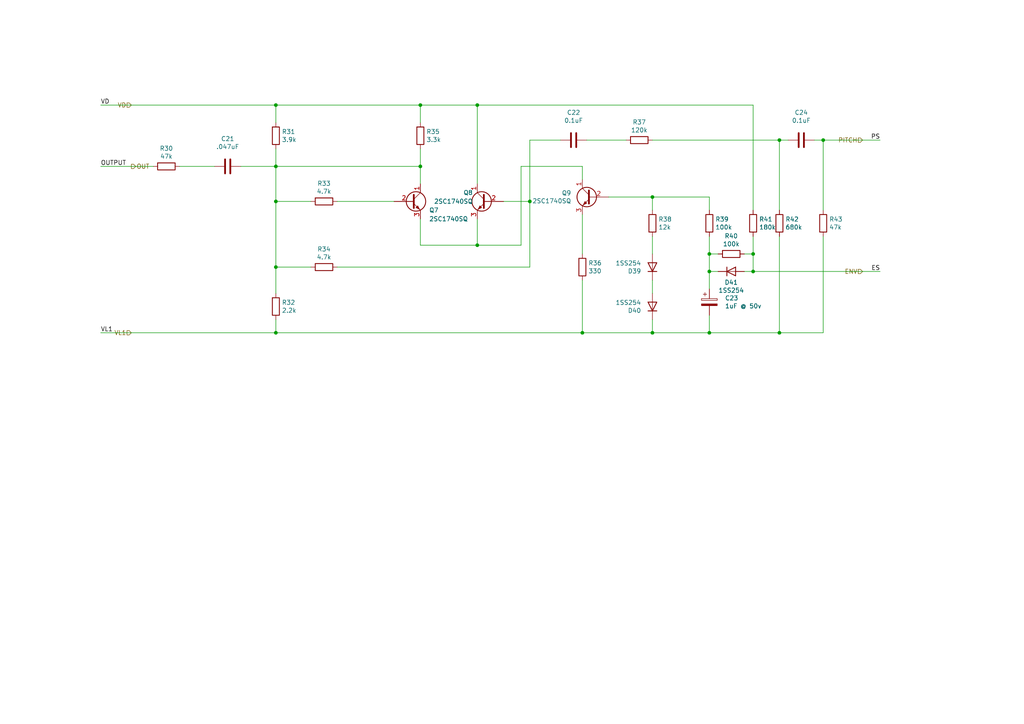
<source format=kicad_sch>
(kicad_sch (version 20201015) (generator eeschema)
  (paper "A4")
  (lib_symbols
    (symbol "Device:C" (pin_numbers hide) (pin_names (offset 0.254))
      (property "Reference" "C" (at 0.635 2.54 0))
      (property "Value" "C" (at 0.635 -2.54 0))
      (symbol "C_0_1"
        (polyline (pts (xy -2.032 -0.762) (xy 2.032 -0.762)) (stroke (width 0.508)))
        (polyline (pts (xy -2.032 0.762) (xy 2.032 0.762)) (stroke (width 0.508)))
      )
      (symbol "C_1_1"
        (pin passive line (at 0 3.81 270) (length 2.794) (name "~") (number "1"))
        (pin passive line (at 0 -3.81 90) (length 2.794) (name "~") (number "2"))
      )
    )
    (symbol "Device:C_Polarized" (pin_numbers hide) (pin_names (offset 0.254))
      (property "Reference" "C" (at 0.635 2.54 0))
      (property "Value" "C_Polarized" (at 0.635 -2.54 0))
      (symbol "C_Polarized_0_1"
        (rectangle (start -2.286 0.508) (end 2.286 1.016))
        (rectangle (start 2.286 -0.508) (end -2.286 -1.016) (fill (type outline)))
        (polyline (pts (xy -1.778 2.286) (xy -0.762 2.286)))
        (polyline (pts (xy -1.27 2.794) (xy -1.27 1.778)))
      )
      (symbol "C_Polarized_1_1"
        (pin passive line (at 0 3.81 270) (length 2.794) (name "~") (number "1"))
        (pin passive line (at 0 -3.81 90) (length 2.794) (name "~") (number "2"))
      )
    )
    (symbol "Device:D" (pin_numbers hide) (pin_names (offset 1.016) hide)
      (property "Reference" "D" (at 0 2.54 0))
      (property "Value" "D" (at 0 -2.54 0))
      (symbol "D_0_1"
        (polyline (pts (xy -1.27 1.27) (xy -1.27 -1.27)) (stroke (width 0.254)))
        (polyline (pts (xy 1.27 0) (xy -1.27 0)))
        (polyline (pts (xy 1.27 1.27) (xy 1.27 -1.27) (xy -1.27 0) (xy 1.27 1.27)) (stroke (width 0.254)))
      )
      (symbol "D_1_1"
        (pin passive line (at -3.81 0 0) (length 2.54) (name "K") (number "1"))
        (pin passive line (at 3.81 0 180) (length 2.54) (name "A") (number "2"))
      )
    )
    (symbol "Device:Q_NPN_CBE" (pin_names (offset 0) hide)
      (property "Reference" "Q" (at 5.08 1.27 0))
      (property "Value" "Q_NPN_CBE" (at 5.08 -1.27 0))
      (symbol "Q_NPN_CBE_0_1"
        (circle (center 1.27 0) (radius 2.8194) (stroke (width 0.254)))
        (polyline (pts (xy 0.635 0.635) (xy 2.54 2.54)))
        (polyline (pts (xy 0.635 -0.635) (xy 2.54 -2.54) (xy 2.54 -2.54)))
        (polyline (pts (xy 0.635 1.905) (xy 0.635 -1.905) (xy 0.635 -1.905)) (stroke (width 0.508)))
        (polyline (pts (xy 1.27 -1.778) (xy 1.778 -1.27) (xy 2.286 -2.286) (xy 1.27 -1.778) (xy 1.27 -1.778)) (fill (type outline)))
      )
      (symbol "Q_NPN_CBE_1_1"
        (pin passive line (at 2.54 5.08 270) (length 2.54) (name "C") (number "1"))
        (pin input line (at -5.08 0 0) (length 5.715) (name "B") (number "2"))
        (pin passive line (at 2.54 -5.08 90) (length 2.54) (name "E") (number "3"))
      )
    )
    (symbol "Device:R" (pin_numbers hide) (pin_names (offset 0))
      (property "Reference" "R" (at 2.032 0 90))
      (property "Value" "R" (at 0 0 90))
      (symbol "R_0_1"
        (rectangle (start -1.016 -2.54) (end 1.016 2.54) (stroke (width 0.254)))
      )
      (symbol "R_1_1"
        (pin passive line (at 0 3.81 270) (length 1.27) (name "~") (number "1"))
        (pin passive line (at 0 -3.81 90) (length 1.27) (name "~") (number "2"))
      )
    )
  )
  (junction (at 80.01 30.48) (diameter 0.9144))
  (junction (at 80.01 48.26) (diameter 0.9144))
  (junction (at 80.01 58.42) (diameter 0.9144))
  (junction (at 80.01 77.47) (diameter 0.9144))
  (junction (at 80.01 96.52) (diameter 0.9144))
  (junction (at 121.92 30.48) (diameter 0.9144))
  (junction (at 121.92 48.26) (diameter 0.9144))
  (junction (at 138.43 30.48) (diameter 0.9144))
  (junction (at 138.43 71.12) (diameter 0.9144))
  (junction (at 153.67 58.42) (diameter 0.9144))
  (junction (at 168.91 96.52) (diameter 0.9144))
  (junction (at 189.23 57.15) (diameter 0.9144))
  (junction (at 189.23 96.52) (diameter 0.9144))
  (junction (at 205.74 73.66) (diameter 0.9144))
  (junction (at 205.74 78.74) (diameter 0.9144))
  (junction (at 205.74 96.52) (diameter 0.9144))
  (junction (at 218.44 73.66) (diameter 0.9144))
  (junction (at 218.44 78.74) (diameter 0.9144))
  (junction (at 226.06 40.64) (diameter 0.9144))
  (junction (at 226.06 96.52) (diameter 0.9144))
  (junction (at 238.76 40.64) (diameter 0.9144))
  (wire (pts (xy 29.21 30.48) (xy 80.01 30.48)))
  (wire (pts (xy 29.21 48.26) (xy 44.45 48.26)))
  (wire (pts (xy 29.21 96.52) (xy 80.01 96.52)))
  (wire (pts (xy 52.07 48.26) (xy 62.23 48.26)))
  (wire (pts (xy 69.85 48.26) (xy 80.01 48.26)))
  (wire (pts (xy 80.01 30.48) (xy 80.01 35.56)))
  (wire (pts (xy 80.01 30.48) (xy 121.92 30.48)))
  (wire (pts (xy 80.01 43.18) (xy 80.01 48.26)))
  (wire (pts (xy 80.01 48.26) (xy 80.01 58.42)))
  (wire (pts (xy 80.01 48.26) (xy 121.92 48.26)))
  (wire (pts (xy 80.01 58.42) (xy 80.01 77.47)))
  (wire (pts (xy 80.01 58.42) (xy 90.17 58.42)))
  (wire (pts (xy 80.01 77.47) (xy 80.01 85.09)))
  (wire (pts (xy 80.01 77.47) (xy 90.17 77.47)))
  (wire (pts (xy 80.01 92.71) (xy 80.01 96.52)))
  (wire (pts (xy 80.01 96.52) (xy 168.91 96.52)))
  (wire (pts (xy 97.79 58.42) (xy 114.3 58.42)))
  (wire (pts (xy 97.79 77.47) (xy 153.67 77.47)))
  (wire (pts (xy 121.92 30.48) (xy 121.92 35.56)))
  (wire (pts (xy 121.92 30.48) (xy 138.43 30.48)))
  (wire (pts (xy 121.92 43.18) (xy 121.92 48.26)))
  (wire (pts (xy 121.92 48.26) (xy 121.92 53.34)))
  (wire (pts (xy 121.92 63.5) (xy 121.92 71.12)))
  (wire (pts (xy 121.92 71.12) (xy 138.43 71.12)))
  (wire (pts (xy 138.43 30.48) (xy 138.43 53.34)))
  (wire (pts (xy 138.43 63.5) (xy 138.43 71.12)))
  (wire (pts (xy 138.43 71.12) (xy 151.13 71.12)))
  (wire (pts (xy 146.05 58.42) (xy 153.67 58.42)))
  (wire (pts (xy 151.13 48.26) (xy 168.91 48.26)))
  (wire (pts (xy 151.13 71.12) (xy 151.13 48.26)))
  (wire (pts (xy 153.67 40.64) (xy 153.67 58.42)))
  (wire (pts (xy 153.67 40.64) (xy 162.56 40.64)))
  (wire (pts (xy 153.67 77.47) (xy 153.67 58.42)))
  (wire (pts (xy 168.91 52.07) (xy 168.91 48.26)))
  (wire (pts (xy 168.91 62.23) (xy 168.91 73.66)))
  (wire (pts (xy 168.91 81.28) (xy 168.91 96.52)))
  (wire (pts (xy 170.18 40.64) (xy 181.61 40.64)))
  (wire (pts (xy 176.53 57.15) (xy 189.23 57.15)))
  (wire (pts (xy 189.23 40.64) (xy 226.06 40.64)))
  (wire (pts (xy 189.23 57.15) (xy 189.23 60.96)))
  (wire (pts (xy 189.23 57.15) (xy 205.74 57.15)))
  (wire (pts (xy 189.23 68.58) (xy 189.23 73.66)))
  (wire (pts (xy 189.23 81.28) (xy 189.23 85.09)))
  (wire (pts (xy 189.23 92.71) (xy 189.23 96.52)))
  (wire (pts (xy 189.23 96.52) (xy 168.91 96.52)))
  (wire (pts (xy 205.74 57.15) (xy 205.74 60.96)))
  (wire (pts (xy 205.74 68.58) (xy 205.74 73.66)))
  (wire (pts (xy 205.74 73.66) (xy 205.74 78.74)))
  (wire (pts (xy 205.74 78.74) (xy 205.74 83.82)))
  (wire (pts (xy 205.74 78.74) (xy 208.28 78.74)))
  (wire (pts (xy 205.74 91.44) (xy 205.74 96.52)))
  (wire (pts (xy 205.74 96.52) (xy 189.23 96.52)))
  (wire (pts (xy 205.74 96.52) (xy 226.06 96.52)))
  (wire (pts (xy 208.28 73.66) (xy 205.74 73.66)))
  (wire (pts (xy 215.9 73.66) (xy 218.44 73.66)))
  (wire (pts (xy 215.9 78.74) (xy 218.44 78.74)))
  (wire (pts (xy 218.44 30.48) (xy 138.43 30.48)))
  (wire (pts (xy 218.44 30.48) (xy 218.44 60.96)))
  (wire (pts (xy 218.44 68.58) (xy 218.44 73.66)))
  (wire (pts (xy 218.44 73.66) (xy 218.44 78.74)))
  (wire (pts (xy 218.44 78.74) (xy 255.27 78.74)))
  (wire (pts (xy 226.06 40.64) (xy 226.06 60.96)))
  (wire (pts (xy 226.06 40.64) (xy 228.6 40.64)))
  (wire (pts (xy 226.06 68.58) (xy 226.06 96.52)))
  (wire (pts (xy 226.06 96.52) (xy 238.76 96.52)))
  (wire (pts (xy 236.22 40.64) (xy 238.76 40.64)))
  (wire (pts (xy 238.76 40.64) (xy 238.76 60.96)))
  (wire (pts (xy 238.76 40.64) (xy 255.27 40.64)))
  (wire (pts (xy 238.76 68.58) (xy 238.76 96.52)))
  (label "VD" (at 29.21 30.48 0))
  (label "OUTPUT" (at 29.21 48.26 0))
  (label "VL1" (at 29.21 96.52 0))
  (label "PS" (at 255.27 40.64 180))
  (label "ES" (at 255.27 78.74 180))
  (hierarchical_label "VD" (shape input) (at 38.1 30.48 180))
  (hierarchical_label "OUT" (shape output) (at 38.1 48.26 0))
  (hierarchical_label "VL1" (shape input) (at 38.1 96.52 180))
  (hierarchical_label "PITCH" (shape input) (at 250.19 40.64 180))
  (hierarchical_label "ENV" (shape input) (at 250.19 78.74 180))
  (symbol (lib_id "Device:R") (at 48.26 48.26 270)
    (property "Reference" "R30" (at 48.26 43.053 90))
    (property "Value" "47k" (at 48.26 45.3644 90))
  )
  (symbol (lib_id "Device:R") (at 80.01 39.37 0)
    (property "Reference" "R31" (at 81.7372 38.2016 0) (effects (justify left)))
    (property "Value" "3.9k" (at 81.7372 40.513 0) (effects (justify left)))
  )
  (symbol (lib_id "Device:R") (at 80.01 88.9 0)
    (property "Reference" "R32" (at 81.7372 87.7316 0) (effects (justify left)))
    (property "Value" "2.2k" (at 81.7372 90.043 0) (effects (justify left)))
  )
  (symbol (lib_id "Device:R") (at 93.98 58.42 90)
    (property "Reference" "R33" (at 93.98 53.213 90))
    (property "Value" "4.7k" (at 93.98 55.5244 90))
  )
  (symbol (lib_id "Device:R") (at 93.98 77.47 270)
    (property "Reference" "R34" (at 93.98 72.263 90))
    (property "Value" "4.7k" (at 93.98 74.5744 90))
  )
  (symbol (lib_id "Device:R") (at 121.92 39.37 0)
    (property "Reference" "R35" (at 123.6472 38.2016 0) (effects (justify left)))
    (property "Value" "3.3k" (at 123.6472 40.513 0) (effects (justify left)))
  )
  (symbol (lib_id "Device:R") (at 168.91 77.47 0)
    (property "Reference" "R36" (at 170.6372 76.3016 0) (effects (justify left)))
    (property "Value" "330" (at 170.6372 78.613 0) (effects (justify left)))
  )
  (symbol (lib_id "Device:R") (at 185.42 40.64 270)
    (property "Reference" "R37" (at 185.42 35.433 90))
    (property "Value" "120k" (at 185.42 37.7444 90))
  )
  (symbol (lib_id "Device:R") (at 189.23 64.77 0)
    (property "Reference" "R38" (at 190.9572 63.6016 0) (effects (justify left)))
    (property "Value" "12k" (at 190.9572 65.913 0) (effects (justify left)))
  )
  (symbol (lib_id "Device:R") (at 205.74 64.77 0)
    (property "Reference" "R39" (at 207.4672 63.6016 0) (effects (justify left)))
    (property "Value" "100k" (at 207.4672 65.913 0) (effects (justify left)))
  )
  (symbol (lib_id "Device:R") (at 212.09 73.66 270)
    (property "Reference" "R40" (at 212.09 68.453 90))
    (property "Value" "100k" (at 212.09 70.7644 90))
  )
  (symbol (lib_id "Device:R") (at 218.44 64.77 0)
    (property "Reference" "R41" (at 220.1672 63.6016 0) (effects (justify left)))
    (property "Value" "180k" (at 220.1672 65.913 0) (effects (justify left)))
  )
  (symbol (lib_id "Device:R") (at 226.06 64.77 0)
    (property "Reference" "R42" (at 227.7872 63.6016 0) (effects (justify left)))
    (property "Value" "680k" (at 227.7872 65.913 0) (effects (justify left)))
  )
  (symbol (lib_id "Device:R") (at 238.76 64.77 0)
    (property "Reference" "R43" (at 240.4872 63.6016 0) (effects (justify left)))
    (property "Value" "47k" (at 240.4872 65.913 0) (effects (justify left)))
  )
  (symbol (lib_id "Device:D") (at 189.23 77.47 90)
    (property "Reference" "D39" (at 185.9788 78.6384 90) (effects (justify left)))
    (property "Value" "1SS254" (at 185.9788 76.327 90) (effects (justify left)))
  )
  (symbol (lib_id "Device:D") (at 189.23 88.9 90)
    (property "Reference" "D40" (at 185.9788 90.0684 90) (effects (justify left)))
    (property "Value" "1SS254" (at 185.9788 87.757 90) (effects (justify left)))
  )
  (symbol (lib_id "Device:D") (at 212.09 78.74 0)
    (property "Reference" "D41" (at 212.09 81.915 0))
    (property "Value" "1SS254" (at 212.09 84.2264 0))
  )
  (symbol (lib_id "Device:C") (at 66.04 48.26 90) (mirror x)
    (property "Reference" "C21" (at 66.04 40.259 90))
    (property "Value" ".047uF" (at 66.04 42.5704 90))
  )
  (symbol (lib_id "Device:C") (at 166.37 40.64 90)
    (property "Reference" "C22" (at 166.37 32.639 90))
    (property "Value" "0.1uF" (at 166.37 34.9504 90))
  )
  (symbol (lib_id "Device:C_Polarized") (at 205.74 87.63 0)
    (property "Reference" "C23" (at 210.2612 86.4616 0) (effects (justify left)))
    (property "Value" "1uF @ 50v" (at 210.2612 88.773 0) (effects (justify left)))
  )
  (symbol (lib_id "Device:C") (at 232.41 40.64 90)
    (property "Reference" "C24" (at 232.41 32.639 90))
    (property "Value" "0.1uF" (at 232.41 34.9504 90))
  )
  (symbol (lib_id "Device:Q_NPN_CBE") (at 119.38 58.42 0)
    (property "Reference" "Q7" (at 124.46 60.96 0) (effects (justify left)))
    (property "Value" "2SC1740SQ" (at 124.46 63.5 0) (effects (justify left)))
  )
  (symbol (lib_id "Device:Q_NPN_CBE") (at 140.97 58.42 0) (mirror y)
    (property "Reference" "Q8" (at 137.16 55.88 0) (effects (justify left)))
    (property "Value" "2SC1740SQ" (at 137.16 58.42 0) (effects (justify left)))
  )
  (symbol (lib_id "Device:Q_NPN_CBE") (at 171.45 57.15 0) (mirror y)
    (property "Reference" "Q9" (at 165.6842 55.9816 0) (effects (justify left)))
    (property "Value" "2SC1740SQ" (at 165.6842 58.293 0) (effects (justify left)))
  )
)
</source>
